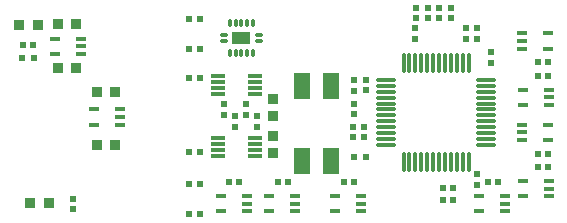
<source format=gbp>
%FSLAX44Y44*%
%MOMM*%
G71*
G01*
G75*
G04 Layer_Color=128*
%ADD10R,0.6200X0.5700*%
%ADD11R,0.7620X0.7620*%
%ADD12R,2.7940X0.7366*%
%ADD13R,1.3000X0.4500*%
%ADD14R,0.3000X0.3000*%
%ADD15R,0.7620X0.7620*%
%ADD16R,0.5000X0.2000*%
%ADD17C,0.1500*%
%ADD18C,0.2540*%
%ADD19C,0.2000*%
%ADD20C,0.1524*%
%ADD21R,1.8000X1.8000*%
%ADD22C,1.8000*%
%ADD23R,1.8000X1.8000*%
%ADD24C,1.8000*%
%ADD25C,0.8000*%
%ADD26O,1.8000X1.1500*%
%ADD27O,2.0000X1.4500*%
%ADD28C,0.6100*%
%ADD29C,0.6000*%
%ADD30C,3.3000*%
%ADD31R,0.5700X0.6200*%
%ADD32R,1.4000X2.2000*%
%ADD33R,0.9700X0.9600*%
%ADD34R,0.8500X0.3500*%
%ADD35O,1.7500X0.3500*%
%ADD36O,0.3500X1.7500*%
%ADD37R,1.2500X0.3000*%
%ADD38O,0.3000X0.8000*%
%ADD39O,0.8000X0.3000*%
%ADD40R,1.5000X1.0000*%
%ADD41R,0.5500X0.6000*%
%ADD42R,0.9500X0.9500*%
%ADD43R,0.6000X0.5500*%
%ADD44R,0.9500X0.9500*%
%ADD45C,0.2032*%
%ADD46C,0.4000*%
%ADD47C,0.2286*%
%ADD48C,0.1778*%
%ADD49R,0.8232X0.7732*%
%ADD50R,0.9652X0.9652*%
%ADD51R,2.8956X0.8382*%
%ADD52R,1.5032X0.6532*%
%ADD53R,0.5032X0.5032*%
%ADD54R,0.9652X0.9652*%
%ADD55R,0.7032X0.4032*%
%ADD56R,2.0032X2.0032*%
%ADD57C,2.0032*%
%ADD58R,2.0032X2.0032*%
%ADD59C,2.0032*%
%ADD60C,0.2032*%
%ADD61C,1.0032*%
%ADD62O,2.0032X1.3532*%
%ADD63O,2.2032X1.6532*%
%ADD64C,0.0100*%
%ADD65R,0.7732X0.8232*%
%ADD66R,1.6032X2.4032*%
%ADD67R,1.1732X1.1632*%
%ADD68R,1.0532X0.5532*%
%ADD69O,1.9532X0.5532*%
%ADD70O,0.5532X1.9532*%
%ADD71R,1.4532X0.5032*%
%ADD72O,0.5032X1.0032*%
%ADD73O,1.0032X0.5032*%
%ADD74R,1.7032X1.2032*%
%ADD75R,0.7532X0.8032*%
%ADD76R,1.1532X1.1532*%
%ADD77R,0.8032X0.7532*%
%ADD78R,1.1532X1.1532*%
%ADD79C,3.5032*%
D10*
X1684750Y1137550D02*
D03*
Y1127950D02*
D03*
X1696500Y1240800D02*
D03*
Y1231200D02*
D03*
X1580250Y1217050D02*
D03*
Y1207450D02*
D03*
X1488833Y1186950D02*
D03*
Y1196550D02*
D03*
X1470000Y1186950D02*
D03*
Y1196550D02*
D03*
X1479417Y1186800D02*
D03*
Y1177200D02*
D03*
X1498250Y1186800D02*
D03*
Y1177200D02*
D03*
X1655730Y1125100D02*
D03*
Y1115500D02*
D03*
X1664480Y1125100D02*
D03*
Y1115500D02*
D03*
X1632250Y1261050D02*
D03*
Y1251450D02*
D03*
X1684750D02*
D03*
Y1261050D02*
D03*
X1675250Y1251450D02*
D03*
Y1261050D02*
D03*
D31*
X1642950Y1269250D02*
D03*
X1652550D02*
D03*
Y1277500D02*
D03*
X1642950D02*
D03*
X1449800Y1103500D02*
D03*
X1440200D02*
D03*
X1449800Y1155750D02*
D03*
X1440200D02*
D03*
X1449800Y1243500D02*
D03*
X1440200D02*
D03*
X1449800Y1218500D02*
D03*
X1440200D02*
D03*
X1299490Y1235710D02*
D03*
X1309090D02*
D03*
X1590300Y1151750D02*
D03*
X1580700D02*
D03*
X1449800Y1128750D02*
D03*
X1440200D02*
D03*
X1449800Y1268250D02*
D03*
X1440200D02*
D03*
D32*
X1536000Y1211750D02*
D03*
Y1148750D02*
D03*
X1561000Y1211750D02*
D03*
Y1148750D02*
D03*
D33*
X1322150Y1112750D02*
D03*
X1305850D02*
D03*
X1296850Y1263500D02*
D03*
X1313150D02*
D03*
D34*
X1530350Y1118870D02*
D03*
Y1112370D02*
D03*
Y1105870D02*
D03*
X1508350D02*
D03*
Y1118870D02*
D03*
X1722580Y1166247D02*
D03*
Y1172747D02*
D03*
Y1179247D02*
D03*
X1744580D02*
D03*
Y1166247D02*
D03*
X1722580Y1243530D02*
D03*
Y1250030D02*
D03*
Y1256530D02*
D03*
X1744580D02*
D03*
Y1243530D02*
D03*
X1745080Y1131430D02*
D03*
Y1124930D02*
D03*
Y1118430D02*
D03*
X1723080D02*
D03*
Y1131430D02*
D03*
X1745080Y1208713D02*
D03*
Y1202213D02*
D03*
Y1195713D02*
D03*
X1723080D02*
D03*
Y1208713D02*
D03*
X1349250Y1252000D02*
D03*
Y1245500D02*
D03*
Y1239000D02*
D03*
X1327250D02*
D03*
Y1252000D02*
D03*
X1586230Y1118730D02*
D03*
Y1112230D02*
D03*
Y1105730D02*
D03*
X1564230D02*
D03*
Y1118730D02*
D03*
X1489710Y1118870D02*
D03*
Y1112370D02*
D03*
Y1105870D02*
D03*
X1467710D02*
D03*
Y1118870D02*
D03*
X1708150Y1118730D02*
D03*
Y1112230D02*
D03*
Y1105730D02*
D03*
X1686150D02*
D03*
Y1118730D02*
D03*
X1382500Y1192000D02*
D03*
Y1185500D02*
D03*
Y1179000D02*
D03*
X1360500D02*
D03*
Y1192000D02*
D03*
D35*
X1607500Y1217000D02*
D03*
Y1212000D02*
D03*
Y1207000D02*
D03*
Y1202000D02*
D03*
Y1197000D02*
D03*
Y1192000D02*
D03*
Y1187000D02*
D03*
Y1182000D02*
D03*
Y1177000D02*
D03*
Y1172000D02*
D03*
Y1167000D02*
D03*
Y1162000D02*
D03*
X1692000D02*
D03*
Y1167000D02*
D03*
Y1172000D02*
D03*
Y1177000D02*
D03*
Y1182000D02*
D03*
Y1187000D02*
D03*
Y1192000D02*
D03*
Y1197000D02*
D03*
Y1202000D02*
D03*
Y1207000D02*
D03*
Y1212000D02*
D03*
Y1217000D02*
D03*
D36*
X1622250Y1147250D02*
D03*
X1627250D02*
D03*
X1632250D02*
D03*
X1637250D02*
D03*
X1642250D02*
D03*
X1647250D02*
D03*
X1652250D02*
D03*
X1657250D02*
D03*
X1662250D02*
D03*
X1667250D02*
D03*
X1672250D02*
D03*
X1677250D02*
D03*
Y1231750D02*
D03*
X1672250D02*
D03*
X1667250D02*
D03*
X1662250D02*
D03*
X1647250D02*
D03*
X1642250D02*
D03*
X1637250D02*
D03*
X1632250D02*
D03*
X1627250D02*
D03*
X1622250D02*
D03*
X1657250D02*
D03*
X1652250D02*
D03*
D37*
X1496790Y1220250D02*
D03*
Y1215250D02*
D03*
Y1210250D02*
D03*
Y1205250D02*
D03*
X1465210Y1220250D02*
D03*
Y1215250D02*
D03*
Y1210250D02*
D03*
Y1205250D02*
D03*
X1496790Y1167750D02*
D03*
Y1162750D02*
D03*
Y1157750D02*
D03*
Y1152750D02*
D03*
X1465210Y1167750D02*
D03*
Y1162750D02*
D03*
Y1157750D02*
D03*
Y1152750D02*
D03*
D38*
X1495000Y1240000D02*
D03*
X1490000D02*
D03*
X1485000D02*
D03*
X1480000D02*
D03*
X1475000D02*
D03*
Y1265000D02*
D03*
X1480000D02*
D03*
X1485000D02*
D03*
X1490000D02*
D03*
X1495000D02*
D03*
D39*
X1470000Y1250000D02*
D03*
Y1255000D02*
D03*
X1500000D02*
D03*
Y1250000D02*
D03*
D40*
X1485000Y1252500D02*
D03*
D41*
X1744330Y1231780D02*
D03*
X1735830D02*
D03*
Y1220630D02*
D03*
X1744330D02*
D03*
X1744830Y1143430D02*
D03*
X1736330D02*
D03*
X1308250Y1246750D02*
D03*
X1299750D02*
D03*
X1474030Y1130300D02*
D03*
X1482530D02*
D03*
X1571820D02*
D03*
X1580320D02*
D03*
X1515940D02*
D03*
X1524440D02*
D03*
X1693740D02*
D03*
X1702240D02*
D03*
X1744830Y1154580D02*
D03*
X1736330D02*
D03*
D42*
X1344500Y1264500D02*
D03*
X1330000D02*
D03*
Y1227000D02*
D03*
X1344500D02*
D03*
X1377580Y1206500D02*
D03*
X1363080D02*
D03*
X1377580Y1162090D02*
D03*
X1363080D02*
D03*
D43*
X1342500Y1116000D02*
D03*
Y1107500D02*
D03*
X1632750Y1277750D02*
D03*
Y1269250D02*
D03*
X1588500Y1168750D02*
D03*
Y1177250D02*
D03*
X1580000Y1196750D02*
D03*
Y1188250D02*
D03*
X1579250Y1168750D02*
D03*
Y1177250D02*
D03*
X1590500Y1208250D02*
D03*
Y1216750D02*
D03*
X1662250Y1277750D02*
D03*
Y1269250D02*
D03*
D44*
X1511750Y1169750D02*
D03*
Y1155250D02*
D03*
Y1186500D02*
D03*
Y1201000D02*
D03*
M02*

</source>
